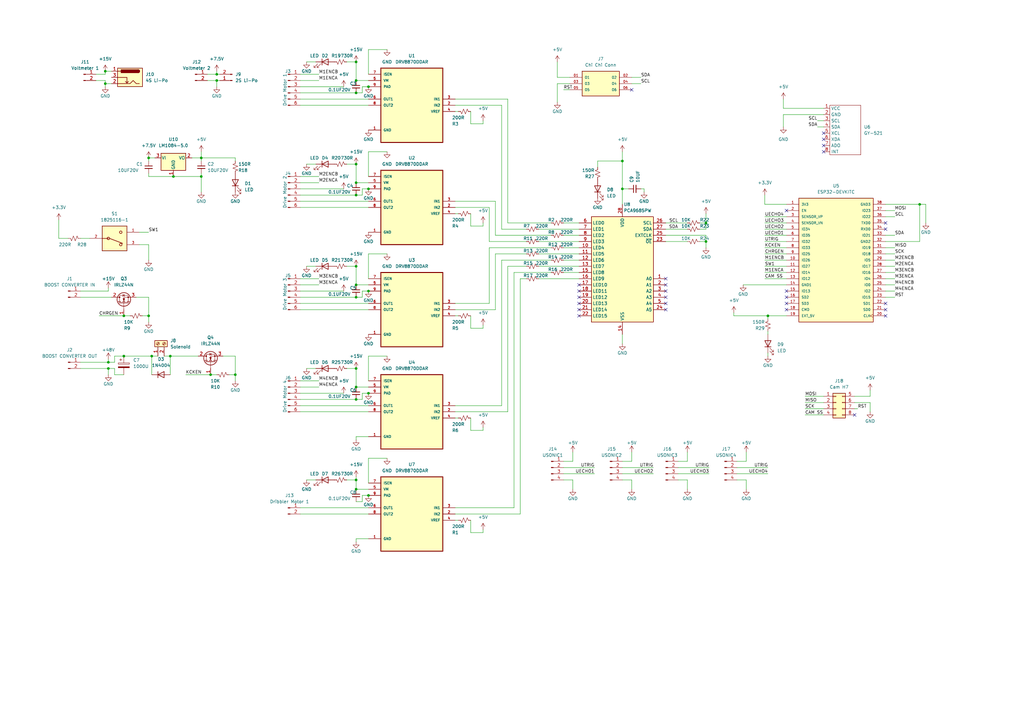
<source format=kicad_sch>
(kicad_sch (version 20211123) (generator eeschema)
  (paper "A3")
  (junction (at 50.8 129.54))
  (junction (at 146.05 196.85))
  (junction (at 43.18 34.29))
  (junction (at 62.23 146.05))
  (junction (at 151.13 77.47))
  (junction (at 146.05 80.01))
  (junction (at 146.05 74.93))
  (junction (at 146.05 121.92))
  (junction (at 50.8 146.05))
  (junction (at 289.56 99.06))
  (junction (at 44.45 148.59))
  (junction (at 289.56 91.44))
  (junction (at 255.27 77.47))
  (junction (at 151.13 35.56))
  (junction (at 146.05 25.4))
  (junction (at 69.85 146.05))
  (junction (at 60.96 64.77))
  (junction (at 151.13 161.29))
  (junction (at 88.9 30.48))
  (junction (at 314.96 129.54))
  (junction (at 146.05 158.75))
  (junction (at 44.45 151.13))
  (junction (at 82.55 64.77))
  (junction (at 146.05 67.31))
  (junction (at 146.05 163.83))
  (junction (at 43.18 29.21))
  (junction (at 146.05 151.13))
  (junction (at 60.96 129.54))
  (junction (at 146.05 109.22))
  (junction (at 88.9 33.02))
  (junction (at 151.13 119.38))
  (junction (at 96.52 153.67))
  (junction (at 86.36 153.67))
  (junction (at 255.27 66.04))
  (junction (at 151.13 203.2))
  (junction (at 82.55 72.39))
  (junction (at 146.05 33.02))
  (junction (at 146.05 38.1))
  (junction (at 146.05 200.66))
  (junction (at 377.19 83.82))
  (junction (at 146.05 116.84))
  (junction (at 71.12 72.39))
  (no_connect (at 273.05 116.84))
  (no_connect (at 350.52 170.18))
  (no_connect (at 237.49 116.84))
  (no_connect (at 273.05 127))
  (no_connect (at 273.05 121.92))
  (no_connect (at 273.05 124.46))
  (no_connect (at 363.22 93.98))
  (no_connect (at 237.49 119.38))
  (no_connect (at 322.58 119.38))
  (no_connect (at 322.58 124.46))
  (no_connect (at 237.49 129.54))
  (no_connect (at 273.05 114.3))
  (no_connect (at 363.22 127))
  (no_connect (at 273.05 119.38))
  (no_connect (at 363.22 124.46))
  (no_connect (at 337.82 54.61))
  (no_connect (at 337.82 57.15))
  (no_connect (at 363.22 129.54))
  (no_connect (at 337.82 59.69))
  (no_connect (at 322.58 86.36))
  (no_connect (at 237.49 121.92))
  (no_connect (at 337.82 62.23))
  (no_connect (at 363.22 91.44))
  (no_connect (at 237.49 127))
  (no_connect (at 322.58 121.92))
  (no_connect (at 237.49 124.46))
  (no_connect (at 259.08 36.83))
  (no_connect (at 322.58 127))
  (wire (pts (xy 198.12 91.44) (xy 198.12 92.71)))
  (wire (pts (xy 44.45 118.11) (xy 44.45 119.38)))
  (wire (pts (xy 151.13 62.23) (xy 158.75 62.23)))
  (wire (pts (xy 60.96 72.39) (xy 71.12 72.39)))
  (wire (pts (xy 78.74 64.77) (xy 82.55 64.77)))
  (wire (pts (xy 125.73 67.31) (xy 129.54 67.31)))
  (wire (pts (xy 186.69 210.82) (xy 213.36 210.82)))
  (wire (pts (xy 69.85 146.05) (xy 69.85 153.67)))
  (wire (pts (xy 43.18 29.21) (xy 45.72 29.21)))
  (wire (pts (xy 377.19 83.82) (xy 379.73 83.82)))
  (wire (pts (xy 302.26 189.23) (xy 306.07 189.23)))
  (wire (pts (xy 363.22 88.9) (xy 367.03 88.9)))
  (wire (pts (xy 273.05 96.52) (xy 289.56 96.52)))
  (wire (pts (xy 208.28 168.91) (xy 186.69 168.91)))
  (wire (pts (xy 151.13 20.32) (xy 151.13 30.48)))
  (wire (pts (xy 289.56 96.52) (xy 289.56 99.06)))
  (wire (pts (xy 193.04 213.36) (xy 193.04 218.44)))
  (wire (pts (xy 205.74 43.18) (xy 186.69 43.18)))
  (wire (pts (xy 363.22 101.6) (xy 367.03 101.6)))
  (wire (pts (xy 335.28 52.07) (xy 337.82 52.07)))
  (wire (pts (xy 231.14 36.83) (xy 233.68 36.83)))
  (wire (pts (xy 88.9 29.21) (xy 88.9 30.48)))
  (wire (pts (xy 287.02 99.06) (xy 289.56 99.06)))
  (wire (pts (xy 259.08 31.75) (xy 262.89 31.75)))
  (wire (pts (xy 151.13 104.14) (xy 151.13 114.3)))
  (wire (pts (xy 231.14 189.23) (xy 234.95 189.23)))
  (wire (pts (xy 46.99 153.67) (xy 50.8 153.67)))
  (wire (pts (xy 33.02 148.59) (xy 44.45 148.59)))
  (wire (pts (xy 198.12 133.35) (xy 198.12 134.62)))
  (wire (pts (xy 24.13 97.79) (xy 24.13 90.17)))
  (wire (pts (xy 205.74 166.37) (xy 186.69 166.37)))
  (wire (pts (xy 208.28 91.44) (xy 208.28 40.64)))
  (wire (pts (xy 231.14 101.6) (xy 237.49 101.6)))
  (wire (pts (xy 302.26 196.85) (xy 306.07 196.85)))
  (wire (pts (xy 39.37 30.48) (xy 43.18 30.48)))
  (wire (pts (xy 203.2 96.52) (xy 203.2 82.55)))
  (wire (pts (xy 125.73 151.13) (xy 129.54 151.13)))
  (wire (pts (xy 377.19 99.06) (xy 377.19 83.82)))
  (wire (pts (xy 60.96 100.33) (xy 60.96 106.68)))
  (wire (pts (xy 231.14 111.76) (xy 237.49 111.76)))
  (wire (pts (xy 125.73 196.85) (xy 129.54 196.85)))
  (wire (pts (xy 142.24 25.4) (xy 146.05 25.4)))
  (wire (pts (xy 39.37 33.02) (xy 43.18 33.02)))
  (wire (pts (xy 363.22 99.06) (xy 377.19 99.06)))
  (wire (pts (xy 46.99 148.59) (xy 46.99 146.05)))
  (wire (pts (xy 231.14 191.77) (xy 243.84 191.77)))
  (wire (pts (xy 330.2 170.18) (xy 337.82 170.18)))
  (wire (pts (xy 255.27 137.16) (xy 255.27 140.97)))
  (wire (pts (xy 213.36 114.3) (xy 213.36 210.82)))
  (wire (pts (xy 200.66 99.06) (xy 200.66 85.09)))
  (wire (pts (xy 60.96 71.12) (xy 60.96 72.39)))
  (wire (pts (xy 335.28 49.53) (xy 337.82 49.53)))
  (wire (pts (xy 306.07 185.42) (xy 306.07 189.23)))
  (wire (pts (xy 255.27 77.47) (xy 255.27 83.82)))
  (wire (pts (xy 287.02 91.44) (xy 289.56 91.44)))
  (wire (pts (xy 193.04 87.63) (xy 193.04 92.71)))
  (wire (pts (xy 43.18 30.48) (xy 43.18 29.21)))
  (wire (pts (xy 44.45 151.13) (xy 44.45 153.67)))
  (wire (pts (xy 60.96 129.54) (xy 60.96 132.08)))
  (wire (pts (xy 313.69 88.9) (xy 322.58 88.9)))
  (wire (pts (xy 330.2 165.1) (xy 337.82 165.1)))
  (wire (pts (xy 151.13 62.23) (xy 151.13 72.39)))
  (wire (pts (xy 148.59 161.29) (xy 151.13 161.29)))
  (wire (pts (xy 228.6 25.4) (xy 228.6 31.75)))
  (wire (pts (xy 186.69 45.72) (xy 187.96 45.72)))
  (wire (pts (xy 363.22 111.76) (xy 367.03 111.76)))
  (wire (pts (xy 82.55 71.12) (xy 82.55 72.39)))
  (wire (pts (xy 123.19 166.37) (xy 151.13 166.37)))
  (wire (pts (xy 255.27 62.23) (xy 255.27 66.04)))
  (wire (pts (xy 148.59 119.38) (xy 151.13 119.38)))
  (wire (pts (xy 151.13 146.05) (xy 158.75 146.05)))
  (wire (pts (xy 193.04 45.72) (xy 193.04 50.8)))
  (wire (pts (xy 313.69 101.6) (xy 322.58 101.6)))
  (wire (pts (xy 96.52 146.05) (xy 96.52 153.67)))
  (wire (pts (xy 363.22 114.3) (xy 367.03 114.3)))
  (wire (pts (xy 148.59 163.83) (xy 148.59 161.29)))
  (wire (pts (xy 203.2 127) (xy 186.69 127)))
  (wire (pts (xy 205.74 93.98) (xy 215.9 93.98)))
  (wire (pts (xy 123.19 163.83) (xy 146.05 163.83)))
  (wire (pts (xy 62.23 146.05) (xy 64.77 146.05)))
  (wire (pts (xy 314.96 144.78) (xy 314.96 146.05)))
  (wire (pts (xy 245.11 66.04) (xy 255.27 66.04)))
  (wire (pts (xy 146.05 38.1) (xy 123.19 38.1)))
  (wire (pts (xy 69.85 146.05) (xy 81.28 146.05)))
  (wire (pts (xy 125.73 25.4) (xy 129.54 25.4)))
  (wire (pts (xy 205.74 93.98) (xy 205.74 43.18)))
  (wire (pts (xy 33.02 119.38) (xy 44.45 119.38)))
  (wire (pts (xy 198.12 175.26) (xy 198.12 176.53)))
  (wire (pts (xy 300.99 129.54) (xy 314.96 129.54)))
  (wire (pts (xy 146.05 151.13) (xy 146.05 158.75)))
  (wire (pts (xy 146.05 33.02) (xy 151.13 33.02)))
  (wire (pts (xy 123.19 210.82) (xy 151.13 210.82)))
  (wire (pts (xy 62.23 146.05) (xy 62.23 153.67)))
  (wire (pts (xy 148.59 77.47) (xy 151.13 77.47)))
  (wire (pts (xy 123.19 30.48) (xy 130.81 30.48)))
  (wire (pts (xy 123.19 80.01) (xy 146.05 80.01)))
  (wire (pts (xy 313.69 91.44) (xy 322.58 91.44)))
  (wire (pts (xy 273.05 99.06) (xy 281.94 99.06)))
  (wire (pts (xy 231.14 196.85) (xy 234.95 196.85)))
  (wire (pts (xy 259.08 185.42) (xy 259.08 189.23)))
  (wire (pts (xy 313.69 80.01) (xy 313.69 83.82)))
  (wire (pts (xy 193.04 92.71) (xy 198.12 92.71)))
  (wire (pts (xy 44.45 147.32) (xy 44.45 148.59)))
  (wire (pts (xy 231.14 91.44) (xy 237.49 91.44)))
  (wire (pts (xy 193.04 50.8) (xy 198.12 50.8)))
  (wire (pts (xy 356.87 160.02) (xy 356.87 162.56)))
  (wire (pts (xy 314.96 129.54) (xy 314.96 130.81)))
  (wire (pts (xy 146.05 220.98) (xy 146.05 222.25)))
  (wire (pts (xy 24.13 97.79) (xy 27.94 97.79)))
  (wire (pts (xy 125.73 109.22) (xy 129.54 109.22)))
  (wire (pts (xy 71.12 72.39) (xy 82.55 72.39)))
  (wire (pts (xy 151.13 187.96) (xy 158.75 187.96)))
  (wire (pts (xy 123.19 156.21) (xy 130.81 156.21)))
  (wire (pts (xy 193.04 176.53) (xy 198.12 176.53)))
  (wire (pts (xy 200.66 85.09) (xy 186.69 85.09)))
  (wire (pts (xy 363.22 96.52) (xy 367.03 96.52)))
  (wire (pts (xy 234.95 185.42) (xy 234.95 189.23)))
  (wire (pts (xy 200.66 101.6) (xy 226.06 101.6)))
  (wire (pts (xy 186.69 171.45) (xy 187.96 171.45)))
  (wire (pts (xy 43.18 34.29) (xy 43.18 35.56)))
  (wire (pts (xy 278.13 196.85) (xy 281.94 196.85)))
  (wire (pts (xy 255.27 66.04) (xy 255.27 77.47)))
  (wire (pts (xy 96.52 153.67) (xy 96.52 156.21)))
  (wire (pts (xy 302.26 191.77) (xy 314.96 191.77)))
  (wire (pts (xy 46.99 146.05) (xy 50.8 146.05)))
  (wire (pts (xy 33.02 97.79) (xy 36.83 97.79)))
  (wire (pts (xy 88.9 30.48) (xy 90.17 30.48)))
  (wire (pts (xy 314.96 135.89) (xy 314.96 137.16)))
  (wire (pts (xy 205.74 106.68) (xy 205.74 166.37)))
  (wire (pts (xy 313.69 96.52) (xy 322.58 96.52)))
  (wire (pts (xy 123.19 85.09) (xy 151.13 85.09)))
  (wire (pts (xy 313.69 99.06) (xy 322.58 99.06)))
  (wire (pts (xy 208.28 109.22) (xy 215.9 109.22)))
  (wire (pts (xy 363.22 116.84) (xy 367.03 116.84)))
  (wire (pts (xy 40.64 129.54) (xy 50.8 129.54)))
  (wire (pts (xy 123.19 43.18) (xy 151.13 43.18)))
  (wire (pts (xy 193.04 171.45) (xy 193.04 176.53)))
  (wire (pts (xy 220.98 109.22) (xy 237.49 109.22)))
  (wire (pts (xy 85.09 30.48) (xy 88.9 30.48)))
  (wire (pts (xy 93.98 153.67) (xy 96.52 153.67)))
  (wire (pts (xy 337.82 46.99) (xy 321.31 46.99)))
  (wire (pts (xy 146.05 80.01) (xy 148.59 80.01)))
  (wire (pts (xy 193.04 218.44) (xy 198.12 218.44)))
  (wire (pts (xy 379.73 83.82) (xy 379.73 91.44)))
  (wire (pts (xy 142.24 67.31) (xy 146.05 67.31)))
  (wire (pts (xy 123.19 161.29) (xy 140.97 161.29)))
  (wire (pts (xy 350.52 162.56) (xy 356.87 162.56)))
  (wire (pts (xy 76.2 153.67) (xy 86.36 153.67)))
  (wire (pts (xy 220.98 104.14) (xy 237.49 104.14)))
  (wire (pts (xy 148.59 121.92) (xy 148.59 119.38)))
  (wire (pts (xy 67.31 146.05) (xy 69.85 146.05)))
  (wire (pts (xy 58.42 129.54) (xy 60.96 129.54)))
  (wire (pts (xy 255.27 196.85) (xy 259.08 196.85)))
  (wire (pts (xy 151.13 35.56) (xy 148.59 35.56)))
  (wire (pts (xy 287.02 93.98) (xy 289.56 93.98)))
  (wire (pts (xy 146.05 195.58) (xy 146.05 196.85)))
  (wire (pts (xy 186.69 208.28) (xy 210.82 208.28)))
  (wire (pts (xy 313.69 106.68) (xy 322.58 106.68)))
  (wire (pts (xy 146.05 74.93) (xy 151.13 74.93)))
  (wire (pts (xy 146.05 116.84) (xy 151.13 116.84)))
  (wire (pts (xy 57.15 100.33) (xy 60.96 100.33)))
  (wire (pts (xy 86.36 153.67) (xy 88.9 153.67)))
  (wire (pts (xy 273.05 91.44) (xy 281.94 91.44)))
  (wire (pts (xy 123.19 77.47) (xy 140.97 77.47)))
  (wire (pts (xy 363.22 121.92) (xy 367.03 121.92)))
  (wire (pts (xy 220.98 93.98) (xy 237.49 93.98)))
  (wire (pts (xy 88.9 33.02) (xy 88.9 35.56)))
  (wire (pts (xy 146.05 179.07) (xy 146.05 180.34)))
  (wire (pts (xy 46.99 151.13) (xy 46.99 153.67)))
  (wire (pts (xy 96.52 66.04) (xy 96.52 64.77)))
  (wire (pts (xy 148.59 35.56) (xy 148.59 38.1)))
  (wire (pts (xy 146.05 163.83) (xy 148.59 163.83)))
  (wire (pts (xy 208.28 109.22) (xy 208.28 168.91)))
  (wire (pts (xy 82.55 62.23) (xy 82.55 64.77)))
  (wire (pts (xy 193.04 129.54) (xy 193.04 134.62)))
  (wire (pts (xy 146.05 205.74) (xy 148.59 205.74)))
  (wire (pts (xy 203.2 96.52) (xy 226.06 96.52)))
  (wire (pts (xy 208.28 91.44) (xy 226.06 91.44)))
  (wire (pts (xy 33.02 121.92) (xy 45.72 121.92)))
  (wire (pts (xy 50.8 146.05) (xy 62.23 146.05)))
  (wire (pts (xy 322.58 83.82) (xy 313.69 83.82)))
  (wire (pts (xy 60.96 121.92) (xy 60.96 129.54)))
  (wire (pts (xy 363.22 119.38) (xy 367.03 119.38)))
  (wire (pts (xy 186.69 87.63) (xy 187.96 87.63)))
  (wire (pts (xy 148.59 38.1) (xy 146.05 38.1)))
  (wire (pts (xy 289.56 87.63) (xy 289.56 91.44)))
  (wire (pts (xy 123.19 35.56) (xy 140.97 35.56)))
  (wire (pts (xy 321.31 40.64) (xy 321.31 44.45)))
  (wire (pts (xy 278.13 189.23) (xy 281.94 189.23)))
  (wire (pts (xy 231.14 106.68) (xy 237.49 106.68)))
  (wire (pts (xy 198.12 217.17) (xy 198.12 218.44)))
  (wire (pts (xy 257.81 77.47) (xy 255.27 77.47)))
  (wire (pts (xy 259.08 34.29) (xy 262.89 34.29)))
  (wire (pts (xy 142.24 196.85) (xy 146.05 196.85)))
  (wire (pts (xy 313.69 114.3) (xy 322.58 114.3)))
  (wire (pts (xy 278.13 194.31) (xy 290.83 194.31)))
  (wire (pts (xy 193.04 134.62) (xy 198.12 134.62)))
  (wire (pts (xy 146.05 25.4) (xy 146.05 33.02)))
  (wire (pts (xy 123.19 121.92) (xy 146.05 121.92)))
  (wire (pts (xy 200.66 101.6) (xy 200.66 124.46)))
  (wire (pts (xy 255.27 189.23) (xy 259.08 189.23)))
  (wire (pts (xy 123.19 124.46) (xy 151.13 124.46)))
  (wire (pts (xy 146.05 196.85) (xy 146.05 200.66)))
  (wire (pts (xy 337.82 44.45) (xy 321.31 44.45)))
  (wire (pts (xy 146.05 158.75) (xy 151.13 158.75)))
  (wire (pts (xy 45.72 34.29) (xy 43.18 34.29)))
  (wire (pts (xy 123.19 119.38) (xy 140.97 119.38)))
  (wire (pts (xy 228.6 34.29) (xy 228.6 41.91)))
  (wire (pts (xy 245.11 66.04) (xy 245.11 68.58)))
  (wire (pts (xy 123.19 72.39) (xy 130.81 72.39)))
  (wire (pts (xy 255.27 191.77) (xy 267.97 191.77)))
  (wire (pts (xy 330.2 167.64) (xy 337.82 167.64)))
  (wire (pts (xy 146.05 121.92) (xy 148.59 121.92)))
  (wire (pts (xy 289.56 99.06) (xy 289.56 101.6)))
  (wire (pts (xy 300.99 128.27) (xy 300.99 129.54)))
  (wire (pts (xy 198.12 49.53) (xy 198.12 50.8)))
  (wire (pts (xy 281.94 196.85) (xy 281.94 200.66)))
  (wire (pts (xy 200.66 124.46) (xy 186.69 124.46)))
  (wire (pts (xy 186.69 129.54) (xy 187.96 129.54)))
  (wire (pts (xy 123.19 82.55) (xy 151.13 82.55)))
  (wire (pts (xy 60.96 121.92) (xy 55.88 121.92)))
  (wire (pts (xy 228.6 34.29) (xy 233.68 34.29)))
  (wire (pts (xy 313.69 111.76) (xy 322.58 111.76)))
  (wire (pts (xy 203.2 104.14) (xy 215.9 104.14)))
  (wire (pts (xy 313.69 104.14) (xy 322.58 104.14)))
  (wire (pts (xy 321.31 46.99) (xy 321.31 52.07)))
  (wire (pts (xy 350.52 167.64) (xy 351.79 167.64)))
  (wire (pts (xy 123.19 40.64) (xy 151.13 40.64)))
  (wire (pts (xy 63.5 64.77) (xy 60.96 64.77)))
  (wire (pts (xy 123.19 33.02) (xy 130.81 33.02)))
  (wire (pts (xy 363.22 104.14) (xy 367.03 104.14)))
  (wire (pts (xy 82.55 72.39) (xy 82.55 78.74)))
  (wire (pts (xy 123.19 114.3) (xy 130.81 114.3)))
  (wire (pts (xy 234.95 196.85) (xy 234.95 200.66)))
  (wire (pts (xy 50.8 129.54) (xy 53.34 129.54)))
  (wire (pts (xy 60.96 66.04) (xy 60.96 64.77)))
  (wire (pts (xy 33.02 151.13) (xy 44.45 151.13)))
  (wire (pts (xy 151.13 146.05) (xy 151.13 156.21)))
  (wire (pts (xy 302.26 194.31) (xy 314.96 194.31)))
  (wire (pts (xy 142.24 109.22) (xy 146.05 109.22)))
  (wire (pts (xy 363.22 83.82) (xy 377.19 83.82)))
  (wire (pts (xy 158.75 20.32) (xy 151.13 20.32)))
  (wire (pts (xy 60.96 95.25) (xy 57.15 95.25)))
  (wire (pts (xy 44.45 151.13) (xy 46.99 151.13)))
  (wire (pts (xy 330.2 162.56) (xy 337.82 162.56)))
  (wire (pts (xy 44.45 148.59) (xy 46.99 148.59)))
  (wire (pts (xy 96.52 146.05) (xy 91.44 146.05)))
  (wire (pts (xy 82.55 66.04) (xy 82.55 64.77)))
  (wire (pts (xy 123.19 208.28) (xy 151.13 208.28)))
  (wire (pts (xy 43.18 33.02) (xy 43.18 34.29)))
  (wire (pts (xy 367.03 106.68) (xy 363.22 106.68)))
  (wire (pts (xy 148.59 80.01) (xy 148.59 77.47)))
  (wire (pts (xy 186.69 213.36) (xy 187.96 213.36)))
  (wire (pts (xy 203.2 82.55) (xy 186.69 82.55)))
  (wire (pts (xy 233.68 31.75) (xy 228.6 31.75)))
  (wire (pts (xy 203.2 104.14) (xy 203.2 127)))
  (wire (pts (xy 123.19 127) (xy 151.13 127)))
  (wire (pts (xy 273.05 93.98) (xy 281.94 93.98)))
  (wire (pts (xy 356.87 165.1) (xy 356.87 168.91)))
  (wire (pts (xy 213.36 114.3) (xy 215.9 114.3)))
  (wire (pts (xy 148.59 203.2) (xy 151.13 203.2)))
  (wire (pts (xy 142.24 151.13) (xy 146.05 151.13)))
  (wire (pts (xy 255.27 194.31) (xy 267.97 194.31)))
  (wire (pts (xy 289.56 93.98) (xy 289.56 91.44)))
  (wire (pts (xy 90.17 33.02) (xy 88.9 33.02)))
  (wire (pts (xy 210.82 208.28) (xy 210.82 111.76)))
  (wire (pts (xy 208.28 40.64) (xy 186.69 40.64)))
  (wire (pts (xy 304.8 116.84) (xy 322.58 116.84)))
  (wire (pts (xy 85.09 33.02) (xy 88.9 33.02)))
  (wire (pts (xy 205.74 106.68) (xy 226.06 106.68)))
  (wire (pts (xy 231.14 194.31) (xy 243.84 194.31)))
  (wire (pts (xy 158.75 104.14) (xy 151.13 104.14)))
  (wire (pts (xy 306.07 196.85) (xy 306.07 200.66)))
  (wire (pts (xy 200.66 99.06) (xy 215.9 99.06)))
  (wire (pts (xy 259.08 196.85) (xy 259.08 200.66)))
  (wire (pts (xy 314.96 129.54) (xy 322.58 129.54)))
  (wire (pts (xy 148.59 205.74) (xy 148.59 203.2)))
  (wire (pts (xy 281.94 185.42) (xy 281.94 189.23)))
  (wire (pts (xy 220.98 99.06) (xy 237.49 99.06)))
  (wire (pts (xy 210.82 111.76) (xy 226.06 111.76)))
  (wire (pts (xy 146.05 67.31) (xy 146.05 74.93)))
  (wire (pts (xy 264.16 77.47) (xy 264.16 78.74)))
  (wire (pts (xy 123.19 158.75) (xy 130.81 158.75)))
  (wire (pts (xy 350.52 165.1) (xy 356.87 165.1)))
  (wire (pts (xy 146.05 109.22) (xy 146.05 116.84)))
  (wire (pts (xy 231.14 96.52) (xy 237.49 96.52)))
  (wire (pts (xy 151.13 220.98) (xy 146.05 220.98)))
  (wire (pts (xy 123.19 116.84) (xy 130.81 116.84)))
  (wire (pts (xy 313.69 109.22) (xy 322.58 109.22)))
  (wire (pts (xy 123.19 168.91) (xy 151.13 168.91)))
  (wire (pts (xy 151.13 187.96) (xy 151.13 198.12)))
  (wire (pts (xy 151.13 179.07) (xy 146.05 179.07)))
  (wire (pts (xy 262.89 77.47) (xy 264.16 77.47)))
  (wire (pts (xy 82.55 64.77) (xy 96.52 64.77)))
  (wire (pts (xy 146.05 200.66) (xy 151.13 200.66)))
  (wire (pts (xy 367.03 109.22) (xy 363.22 109.22)))
  (wire (pts (xy 363.22 86.36) (xy 367.03 86.36)))
  (wire (pts (xy 123.19 74.93) (xy 130.81 74.93)))
  (wire (pts (xy 278.13 191.77) (xy 290.83 191.77)))
  (wire (pts (xy 220.98 114.3) (xy 237.49 114.3)))
  (wire (pts (xy 313.69 93.98) (xy 322.58 93.98)))
  (label "M1ENCB" (at 313.69 106.68 0))
  (label "M1ENCB" (at 130.81 30.48 0))
  (label "MISO" (at 330.2 165.1 0))
  (label "M4ENCB" (at 367.03 116.84 0))
  (label "RST" (at 367.03 121.92 0))
  (label "SW1" (at 60.96 95.25 0))
  (label "UECHO4" (at 313.69 88.9 0))
  (label "M2ENCB" (at 130.81 72.39 0))
  (label "UTRIG" (at 313.69 99.06 0))
  (label "SCL" (at 367.03 88.9 0))
  (label "SCL" (at 262.89 34.29 0))
  (label "MISO" (at 367.03 101.6 0))
  (label "MOSI" (at 330.2 162.56 0))
  (label "SW1" (at 313.69 109.22 0))
  (label "M3ENCA" (at 367.03 114.3 0))
  (label "UECHO3" (at 290.83 194.31 180))
  (label "SDA" (at 335.28 52.07 180))
  (label "RST" (at 231.14 36.83 0))
  (label "UECHO4" (at 314.96 194.31 180))
  (label "UECHO2" (at 267.97 194.31 180))
  (label "UECHO3" (at 313.69 91.44 0))
  (label "M4ENCA" (at 367.03 119.38 0))
  (label "UECHO1" (at 313.69 96.52 0))
  (label "M4ENCB" (at 130.81 156.21 0))
  (label "M1ENCA" (at 130.81 33.02 0))
  (label "KCKEN" (at 313.69 101.6 0))
  (label "UECHO1" (at 243.84 194.31 180))
  (label "UTRIG" (at 314.96 191.77 180))
  (label "KCKEN" (at 76.2 153.67 0))
  (label "UTRIG" (at 290.83 191.77 180))
  (label "UECHO2" (at 313.69 93.98 0))
  (label "CHRGEN" (at 40.64 129.54 0))
  (label "SCK" (at 330.2 167.64 0))
  (label "M2ENCB" (at 367.03 106.68 0))
  (label "M3ENCB" (at 367.03 111.76 0))
  (label "UTRIG" (at 243.84 191.77 180))
  (label "CAM SS" (at 313.69 114.3 0))
  (label "SCK" (at 367.03 104.14 0))
  (label "CHRGEN" (at 313.69 104.14 0))
  (label "SCL" (at 278.13 91.44 180))
  (label "SDA" (at 262.89 31.75 0))
  (label "RST" (at 351.79 167.64 0))
  (label "SDA" (at 278.13 93.98 180))
  (label "UTRIG" (at 267.97 191.77 180))
  (label "M2ENCA" (at 367.03 109.22 0))
  (label "M2ENCA" (at 130.81 74.93 0))
  (label "SDA" (at 367.03 96.52 0))
  (label "M1ENCA" (at 313.69 111.76 0))
  (label "SCL" (at 335.28 49.53 180))
  (label "MOSI" (at 366.9628 86.36 0))
  (label "M3ENCB" (at 130.81 114.3 0))
  (label "CAM SS" (at 330.2 170.18 0))
  (label "M3ENCA" (at 130.81 116.84 0))
  (label "M4ENCA" (at 130.81 158.75 0))
  (symbol (lib_name "GY-521_1") (lib_id "New_Library:GY-521") (at 340.36 53.34 0) (unit 1)
    (property "Reference" "U6" (at 354.33 52.0699 0) (effects (justify left)))
    (property "Value" "GY-521" (at 354.33 54.6099 0) (effects (justify left)))
    (property "Footprint" "Library:GY-521" (effects hide))
  )
  (symbol (lib_id "power:GND") (at 259.08 200.66 0) (unit 1)
    (property "Reference" "#PWR012" (effects hide))
    (property "Value" "GND" (at 259.08 204.47 0))
  )
  (symbol (lib_id "power:GND") (at 255.27 140.97 0) (unit 1)
    (property "Reference" "#PWR08" (effects hide))
    (property "Value" "GND" (at 255.27 144.78 0))
  )
  (symbol (lib_id "Connector:Conn_01x06_Male") (at 118.11 77.47 0) (unit 1)
    (property "Reference" "J4" (at 118.11 71.12 0))
    (property "Value" "Drive Motor 2" (at 116.84 78.74 90))
    (property "Footprint" "Connector_PinHeader_2.54mm:PinHeader_1x06_P2.54mm_Vertical" (effects hide))
  )
  (symbol (lib_id "Device:R_Small_US") (at 190.5 171.45 90) (mirror x) (unit 1)
    (property "Reference" "R6" (at 185.42 176.53 90) (effects (justify right)))
    (property "Value" "200R" (at 185.42 173.99 90) (effects (justify right)))
    (property "Footprint" "Resistor_SMD:R_1206_3216Metric" (effects hide))
  )
  (symbol (lib_id "Device:C_Small") (at 82.55 68.58 0) (mirror y) (unit 1)
    (property "Reference" "C2" (at 85.09 67.31 0) (effects (justify right)))
    (property "Value" "10UF20V" (at 85.09 69.85 0) (effects (justify right)))
    (property "Footprint" "Capacitor_SMD:C_0805_2012Metric" (effects hide))
  )
  (symbol (lib_id "power:GND") (at 43.18 35.56 0) (unit 1)
    (property "Reference" "#PWR0118" (effects hide))
    (property "Value" "GND" (at 43.18 39.37 0))
  )
  (symbol (lib_id "DRV8870DDAR:DRV8870DDAR") (at 168.91 127 0) (mirror y) (unit 1)
    (property "Reference" "U3" (at 168.91 106.68 0))
    (property "Value" "DRV8870DDAR" (at 168.91 109.22 0))
    (property "Footprint" "DRV8870DDAR:VREG_LM5017MR_NOPB" (effects hide))
  )
  (symbol (lib_id "power:GND") (at 321.31 52.07 0) (unit 1)
    (property "Reference" "#PWR0135" (effects hide))
    (property "Value" "GND" (at 321.31 57.15 0))
  )
  (symbol (lib_id "power:+5V") (at 140.97 77.47 0) (unit 1)
    (property "Reference" "#PWR0113" (effects hide))
    (property "Value" "+5V" (at 140.97 72.39 0))
  )
  (symbol (lib_id "Device:R_Small_US") (at 228.6 96.52 90) (mirror x) (unit 1)
    (property "Reference" "R8" (at 224.79 95.25 90) (effects (justify right)))
    (property "Value" "220R" (at 229.87 95.25 90) (effects (justify right)))
    (property "Footprint" "Resistor_SMD:R_0805_2012Metric" (effects hide))
  )
  (symbol (lib_id "Device:R_Small_US") (at 218.44 104.14 90) (mirror x) (unit 1)
    (property "Reference" "R13" (at 214.63 102.87 90) (effects (justify right)))
    (property "Value" "220R" (at 219.71 102.87 90) (effects (justify right)))
    (property "Footprint" "Resistor_SMD:R_0805_2012Metric" (effects hide))
  )
  (symbol (lib_id "Connector:Conn_01x02_Male") (at 95.25 33.02 180) (unit 1)
    (property "Reference" "J9" (at 96.52 30.4799 0) (effects (justify right)))
    (property "Value" "2S Li-Po" (at 96.52 33.0199 0) (effects (justify right)))
    (property "Footprint" "Connector_PinHeader_2.54mm:PinHeader_1x02_P2.54mm_Horizontal" (effects hide))
  )
  (symbol (lib_id "Connector:Conn_01x04_Male") (at 273.05 191.77 0) (unit 1)
    (property "Reference" "J16" (at 273.685 184.15 0))
    (property "Value" "USONIC3" (at 273.685 186.69 0))
    (property "Footprint" "Connector_PinHeader_2.54mm:PinHeader_1x04_P2.54mm_Vertical" (effects hide))
  )
  (symbol (lib_id "power:GND") (at 125.73 67.31 0) (unit 1)
    (property "Reference" "#PWR0140" (effects hide))
    (property "Value" "GND" (at 125.73 71.12 0))
  )
  (symbol (lib_id "power:GND") (at 44.45 153.67 0) (mirror y) (unit 1)
    (property "Reference" "#PWR0133" (effects hide))
    (property "Value" "GND" (at 44.45 157.48 0))
  )
  (symbol (lib_id "power:GND") (at 158.75 62.23 0) (unit 1)
    (property "Reference" "#PWR0129" (effects hide))
    (property "Value" "GND" (at 158.75 67.31 0))
  )
  (symbol (lib_id "Device:R_Small_US") (at 218.44 93.98 90) (mirror x) (unit 1)
    (property "Reference" "R7" (at 214.63 92.71 90) (effects (justify right)))
    (property "Value" "220R" (at 219.71 92.71 90) (effects (justify right)))
    (property "Footprint" "Resistor_SMD:R_0805_2012Metric" (effects hide))
  )
  (symbol (lib_id "Device:C_Polarized") (at 50.8 149.86 0) (unit 1)
    (property "Reference" "C7" (at 54.61 147.7009 0) (effects (justify left)))
    (property "Value" "1000U" (at 54.61 150.2409 0) (effects (justify left)))
    (property "Footprint" "Capacitor_THT:CP_Radial_D16.0mm_P7.50mm" (effects hide))
  )
  (symbol (lib_id "power:+3.3V") (at 313.69 80.01 0) (unit 1)
    (property "Reference" "#PWR0150" (effects hide))
    (property "Value" "+3.3V" (at 313.69 74.93 0))
  )
  (symbol (lib_id "Device:C_Small") (at 60.96 68.58 0) (mirror y) (unit 1)
    (property "Reference" "C1" (at 55.88 67.31 0) (effects (justify right)))
    (property "Value" "10UF20V" (at 48.26 69.85 0) (effects (justify right)))
    (property "Footprint" "Capacitor_SMD:C_0805_2012Metric" (effects hide))
  )
  (symbol (lib_id "power:GND") (at 151.13 137.16 0) (unit 1)
    (property "Reference" "#PWR0108" (effects hide))
    (property "Value" "GND" (at 151.13 140.97 0))
  )
  (symbol (lib_id "power:+7.5V") (at 60.96 64.77 0) (unit 1)
    (property "Reference" "#PWR0139" (effects hide))
    (property "Value" "+7.5V" (at 60.96 59.69 0))
  )
  (symbol (lib_id "power:+3.3V") (at 24.13 90.17 0) (unit 1)
    (property "Reference" "#PWR0154" (effects hide))
    (property "Value" "+3.3V" (at 24.13 85.09 0))
  )
  (symbol (lib_id "Device:R_Small_US") (at 284.48 93.98 90) (mirror x) (unit 1)
    (property "Reference" "R23" (at 287.02 92.71 90) (effects (justify right)))
    (property "Value" "10K" (at 279.4 92.71 90) (effects (justify right)))
    (property "Footprint" "Resistor_SMD:R_0805_2012Metric" (effects hide))
  )
  (symbol (lib_id "power:+15V") (at 146.05 25.4 0) (unit 1)
    (property "Reference" "#PWR0148" (effects hide))
    (property "Value" "+15V" (at 146.05 20.32 0))
  )
  (symbol (lib_id "power:GND") (at 146.05 222.25 0) (unit 1)
    (property "Reference" "#PWR02" (effects hide))
    (property "Value" "GND" (at 146.05 226.06 0))
  )
  (symbol (lib_id "Device:R_Small_US") (at 190.5 45.72 90) (mirror x) (unit 1)
    (property "Reference" "R3" (at 185.42 50.8 90) (effects (justify right)))
    (property "Value" "200R" (at 185.42 48.26 90) (effects (justify right)))
    (property "Footprint" "Resistor_SMD:R_1206_3216Metric" (effects hide))
  )
  (symbol (lib_id "power:+5V") (at 198.12 91.44 0) (unit 1)
    (property "Reference" "#PWR0127" (effects hide))
    (property "Value" "+5V" (at 198.12 86.36 0))
  )
  (symbol (lib_id "1825116-1:1825116-1") (at 46.99 97.79 0) (unit 1)
    (property "Reference" "S1" (at 46.99 87.63 0))
    (property "Value" "1825116-1" (at 46.99 90.17 0))
    (property "Footprint" "SW_1825116-1" (effects hide))
    (property "Comment" "1825116-1" (effects hide))
    (property "EU_RoHS_Compliance" "Compliant" (effects hide))
  )
  (symbol (lib_id "Driver_LED:PCA9685PW") (at 255.27 109.22 0) (mirror y) (unit 1)
    (property "Reference" "U8" (at 255.7906 83.82 0) (effects (justify right)))
    (property "Value" "PCA9685PW" (at 255.7906 86.36 0) (effects (justify right)))
    (property "Footprint" "Package_SO:TSSOP-28_4.4x9.7mm_P0.65mm" (effects hide))
    (property "Datasheet" "http://www.nxp.com/documents/data_sheet/PCA9685.pdf" (effects hide))
  )
  (symbol (lib_id "Regulator_Linear:LM1084-5.0") (at 71.12 64.77 0) (unit 1)
    (property "Reference" "U10" (at 71.12 57.15 0))
    (property "Value" "LM1084-5.0" (at 71.12 59.69 0))
    (property "Footprint" "Package_TO_SOT_SMD:TO-263-3_TabPin2" (effects hide))
    (property "Datasheet" "http://www.ti.com/lit/ds/symlink/lm1084.pdf" (effects hide))
  )
  (symbol (lib_id "power:GND") (at 96.52 156.21 0) (mirror y) (unit 1)
    (property "Reference" "#PWR0132" (effects hide))
    (property "Value" "GND" (at 96.52 160.02 0))
  )
  (symbol (lib_id "power:GND") (at 158.75 187.96 0) (unit 1)
    (property "Reference" "#PWR01" (effects hide))
    (property "Value" "GND" (at 158.75 193.04 0))
  )
  (symbol (lib_id "power:GND") (at 151.13 119.38 0) (unit 1)
    (property "Reference" "#PWR0109" (effects hide))
    (property "Value" "GND" (at 151.13 123.19 0))
  )
  (symbol (lib_id "Connector:Conn_01x02_Male") (at 27.94 148.59 0) (unit 1)
    (property "Reference" "J2" (at 28.575 143.51 0))
    (property "Value" "BOOST CONVERTER OUT" (at 28.575 146.05 0))
    (property "Footprint" "Connector_PinHeader_2.54mm:PinHeader_1x02_P2.54mm_Vertical" (effects hide))
  )
  (symbol (lib_id "Device:LED") (at 133.35 25.4 0) (unit 1)
    (property "Reference" "D2" (at 134.62 22.86 0) (effects (justify right)))
    (property "Value" "LED" (at 130.81 22.86 0) (effects (justify right)))
    (property "Footprint" "LED_SMD:LED_0603_1608Metric" (effects hide))
  )
  (symbol (lib_id "power:GND") (at 289.56 101.6 0) (unit 1)
    (property "Reference" "#PWR014" (effects hide))
    (property "Value" "GND" (at 289.56 105.41 0))
  )
  (symbol (lib_id "Device:R_Small_US") (at 30.48 97.79 270) (mirror x) (unit 1)
    (property "Reference" "R28" (at 35.56 100.33 90) (effects (justify right)))
    (property "Value" "220R" (at 29.21 100.33 90) (effects (justify right)))
    (property "Footprint" "Resistor_SMD:R_0805_2012Metric" (effects hide))
  )
  (symbol (lib_id "DRV8870DDAR:DRV8870DDAR") (at 168.91 210.82 0) (mirror y) (unit 1)
    (property "Reference" "U7" (at 168.91 190.5 0))
    (property "Value" "DRV8870DDAR" (at 168.91 193.04 0))
    (property "Footprint" "DRV8870DDAR:VREG_LM5017MR_NOPB" (effects hide))
  )
  (symbol (lib_id "Device:R_Small_US") (at 139.7 109.22 90) (mirror x) (unit 1)
    (property "Reference" "R21" (at 135.89 106.68 90) (effects (justify right)))
    (property "Value" "730R" (at 139.7 106.68 90) (effects (justify right)))
    (property "Footprint" "Resistor_SMD:R_0805_2012Metric" (effects hide))
  )
  (symbol (lib_id "power:GND") (at 158.75 146.05 0) (unit 1)
    (property "Reference" "#PWR0122" (effects hide))
    (property "Value" "GND" (at 158.75 151.13 0))
  )
  (symbol (lib_id "power:GND") (at 151.13 53.34 0) (unit 1)
    (property "Reference" "#PWR0112" (effects hide))
    (property "Value" "GND" (at 151.13 57.15 0))
  )
  (symbol (lib_id "power:GND") (at 151.13 161.29 0) (unit 1)
    (property "Reference" "#PWR0105" (effects hide))
    (property "Value" "GND" (at 151.13 165.1 0))
  )
  (symbol (lib_id "Device:R_Small_US") (at 228.6 111.76 90) (mirror x) (unit 1)
    (property "Reference" "R16" (at 224.79 110.49 90) (effects (justify right)))
    (property "Value" "220R" (at 229.87 110.49 90) (effects (justify right)))
    (property "Footprint" "Resistor_SMD:R_0805_2012Metric" (effects hide))
  )
  (symbol (lib_id "power:GND") (at 264.16 78.74 0) (unit 1)
    (property "Reference" "#PWR010" (effects hide))
    (property "Value" "GND" (at 264.16 82.55 0))
  )
  (symbol (lib_id "power:+5V") (at 140.97 35.56 0) (unit 1)
    (property "Reference" "#PWR0114" (effects hide))
    (property "Value" "+5V" (at 140.97 30.48 0))
  )
  (symbol (lib_id "Connector_Generic:Conn_02x04_Top_Bottom") (at 342.9 165.1 0) (unit 1)
    (property "Reference" "J18" (at 344.17 156.21 0))
    (property "Value" "Cam H7" (at 344.17 158.75 0))
    (property "Footprint" "Connector_PinHeader_2.54mm:PinHeader_2x04_P2.54mm_Vertical" (effects hide))
  )
  (symbol (lib_id "power:+5V") (at 281.94 185.42 0) (unit 1)
    (property "Reference" "#PWR015" (effects hide))
    (property "Value" "+5V" (at 281.94 181.61 0))
  )
  (symbol (lib_id "Device:C_Small") (at 146.05 119.38 0) (mirror y) (unit 1)
    (property "Reference" "C5" (at 143.51 118.11 0) (effects (justify right)))
    (property "Value" "0.1UF20V" (at 134.62 120.65 0) (effects (justify right)))
    (property "Footprint" "Capacitor_SMD:C_0805_2012Metric" (effects hide))
  )
  (symbol (lib_id "power:GND") (at 228.6 41.91 0) (unit 1)
    (property "Reference" "#PWR0131" (effects hide))
    (property "Value" "GND" (at 228.6 45.72 0))
  )
  (symbol (lib_id "power:+15V") (at 146.05 67.31 0) (unit 1)
    (property "Reference" "#PWR0141" (effects hide))
    (property "Value" "+15V" (at 146.05 62.23 0))
  )
  (symbol (lib_id "power:+15V") (at 146.05 195.58 0) (unit 1)
    (property "Reference" "#PWR0147" (effects hide))
    (property "Value" "+15V" (at 146.05 190.5 0))
  )
  (symbol (lib_id "power:GND") (at 82.55 78.74 0) (unit 1)
    (property "Reference" "#PWR0101" (effects hide))
    (property "Value" "GND" (at 82.55 82.55 0))
  )
  (symbol (lib_id "power:GND") (at 158.75 20.32 0) (unit 1)
    (property "Reference" "#PWR0125" (effects hide))
    (property "Value" "GND" (at 158.75 25.4 0))
  )
  (symbol (lib_id "Connector:Conn_01x04_Male") (at 226.06 191.77 0) (unit 1)
    (property "Reference" "J14" (at 226.695 184.15 0))
    (property "Value" "USONIC1" (at 226.695 186.69 0))
    (property "Footprint" "Connector_PinHeader_2.54mm:PinHeader_1x04_P2.54mm_Vertical" (effects hide))
  )
  (symbol (lib_id "power:GND") (at 314.96 146.05 0) (unit 1)
    (property "Reference" "#PWR0153" (effects hide))
    (property "Value" "GND" (at 314.96 149.86 0))
  )
  (symbol (lib_id "Device:R_Small_US") (at 245.11 71.12 0) (mirror x) (unit 1)
    (property "Reference" "R27" (at 243.84 72.39 0) (effects (justify right)))
    (property "Value" "150R" (at 243.84 69.85 0) (effects (justify right)))
    (property "Footprint" "Resistor_SMD:R_0805_2012Metric" (effects hide))
  )
  (symbol (lib_id "Device:R_Small_US") (at 190.5 87.63 90) (mirror x) (unit 1)
    (property "Reference" "R4" (at 185.42 92.71 90) (effects (justify right)))
    (property "Value" "200R" (at 185.42 90.17 90) (effects (justify right)))
    (property "Footprint" "Resistor_SMD:R_1206_3216Metric" (effects hide))
  )
  (symbol (lib_id "Device:LED") (at 245.11 77.47 90) (unit 1)
    (property "Reference" "D8" (at 248.92 77.7874 90) (effects (justify right)))
    (property "Value" "LED" (at 248.92 80.3274 90) (effects (justify right)))
    (property "Footprint" "LED_SMD:LED_0603_1608Metric" (effects hide))
  )
  (symbol (lib_id "power:+5V") (at 321.31 40.64 0) (unit 1)
    (property "Reference" "#PWR0134" (effects hide))
    (property "Value" "+5V" (at 321.31 35.56 0))
  )
  (symbol (lib_id "power:GND") (at 379.73 91.44 0) (unit 1)
    (property "Reference" "#PWR0121" (effects hide))
    (property "Value" "GND" (at 379.73 95.25 0))
  )
  (symbol (lib_id "Device:R_Small_US") (at 139.7 151.13 90) (mirror x) (unit 1)
    (property "Reference" "R25" (at 135.89 148.59 90) (effects (justify right)))
    (property "Value" "730R" (at 139.7 148.59 90) (effects (justify right)))
    (property "Footprint" "Resistor_SMD:R_0805_2012Metric" (effects hide))
  )
  (symbol (lib_id "Device:C_Small") (at 146.05 35.56 0) (mirror y) (unit 1)
    (property "Reference" "C3" (at 143.51 34.29 0) (effects (justify right)))
    (property "Value" "0.1UF20V" (at 134.62 36.83 0) (effects (justify right)))
    (property "Footprint" "Capacitor_SMD:C_0805_2012Metric" (effects hide))
  )
  (symbol (lib_id "Connector:Screw_Terminal_01x02") (at 64.77 140.97 90) (unit 1)
    (property "Reference" "J8" (at 69.85 139.6999 90) (effects (justify right)))
    (property "Value" "Solenoid" (at 69.85 142.2399 90) (effects (justify right)))
    (property "Footprint" "2 Position Wire to Board Terminal Block Horizontal with Board 0.197 (5:2 Position Wire to Board Terminal Block Horizontal with Board 0.197 (5.00mm) Through Hole" (effects hide))
  )
  (symbol (lib_id "power:+5V") (at 82.55 62.23 0) (unit 1)
    (property "Reference" "#PWR0102" (effects hide))
    (property "Value" "+5V" (at 82.55 57.15 0))
  )
  (symbol (lib_id "SSQ-103-01-T-D:SSQ-103-01-T-D") (at 246.38 34.29 0) (unit 1)
    (property "Reference" "J7" (at 246.38 24.13 0))
    (property "Value" "Chi Chi Conn" (at 246.38 26.67 0))
    (property "Footprint" "SSQ-103-01-T-D:SAMTEC_SSQ-103-01-T-D" (effects hide))
    (property "PARTREV" "R" (effects hide))
    (property "STANDARD" "Manufacturer Recommendations" (effects hide))
    (property "MANUFACTURER" "Samtec" (effects hide))
  )
  (symbol (lib_id "Connector:Conn_01x06_Male") (at 118.11 119.38 0) (unit 1)
    (property "Reference" "J5" (at 118.11 113.03 0))
    (property "Value" "Drive Motor 3" (at 116.84 120.65 90))
    (property "Footprint" "Connector_PinSocket_2.54mm:PinSocket_1x06_P2.54mm_Vertical" (effects hide))
  )
  (symbol (lib_id "Device:R_Small_US") (at 139.7 196.85 90) (mirror x) (unit 1)
    (property "Reference" "R26" (at 135.89 194.31 90) (effects (justify right)))
    (property "Value" "730R" (at 139.7 194.31 90) (effects (justify right)))
    (property "Footprint" "Resistor_SMD:R_0805_2012Metric" (effects hide))
  )
  (symbol (lib_id "Connector:Conn_01x02_Male") (at 34.29 30.48 0) (unit 1)
    (property "Reference" "J11" (at 34.925 25.4 0))
    (property "Value" "Voltmeter 1" (at 34.925 27.94 0))
    (property "Footprint" "Connector_PinHeader_2.54mm:PinHeader_1x02_P2.54mm_Vertical" (effects hide))
  )
  (symbol (lib_id "power:+5V") (at 140.97 119.38 0) (unit 1)
    (property "Reference" "#PWR0104" (effects hide))
    (property "Value" "+5V" (at 140.97 114.3 0))
  )
  (symbol (lib_id "power:GND") (at 60.96 106.68 0) (unit 1)
    (property "Reference" "#PWR0151" (effects hide))
    (property "Value" "GND" (at 60.96 110.49 0))
  )
  (symbol (lib_id "Device:LED") (at 133.35 109.22 0) (unit 1)
    (property "Reference" "D5" (at 134.62 106.68 0) (effects (justify right)))
    (property "Value" "LED" (at 130.81 106.68 0) (effects (justify right)))
    (property "Footprint" "LED_SMD:LED_0603_1608Metric" (effects hide))
  )
  (symbol (lib_id "Device:R_Small_US") (at 55.88 129.54 90) (mirror x) (unit 1)
    (property "Reference" "R9" (at 50.8 134.62 90) (effects (justify right)))
    (property "Value" "10K" (at 50.8 132.08 90) (effects (justify right)))
    (property "Footprint" "Resistor_SMD:R_0805_2012Metric" (effects hide))
  )
  (symbol (lib_id "power:+5V") (at 140.97 161.29 0) (unit 1)
    (property "Reference" "#PWR0106" (effects hide))
    (property "Value" "+5V" (at 140.97 156.21 0))
  )
  (symbol (lib_id "Device:LED") (at 133.35 151.13 0) (unit 1)
    (property "Reference" "D6" (at 134.62 148.59 0) (effects (justify right)))
    (property "Value" "LED" (at 130.81 148.59 0) (effects (justify right)))
    (property "Footprint" "LED_SMD:LED_0603_1608Metric" (effects hide))
  )
  (symbol (lib_id "Device:R_Small_US") (at 91.44 153.67 90) (mirror x) (unit 1)
    (property "Reference" "R10" (at 86.36 158.75 90) (effects (justify right)))
    (property "Value" "10K" (at 86.36 156.21 90) (effects (justify right)))
    (property "Footprint" "Resistor_SMD:R_0805_2012Metric" (effects hide))
  )
  (symbol (lib_id "Device:R_Small_US") (at 228.6 101.6 90) (mirror x) (unit 1)
    (property "Reference" "R12" (at 224.79 100.33 90) (effects (justify right)))
    (property "Value" "220R" (at 229.87 100.33 90) (effects (justify right)))
    (property "Footprint" "Resistor_SMD:R_0805_2012Metric" (effects hide))
  )
  (symbol (lib_id "Device:R_Small_US") (at 139.7 67.31 90) (mirror x) (unit 1)
    (property "Reference" "R20" (at 135.89 64.77 90) (effects (justify right)))
    (property "Value" "730R" (at 139.7 64.77 90) (effects (justify right)))
    (property "Footprint" "Resistor_SMD:R_0805_2012Metric" (effects hide))
  )
  (symbol (lib_id "power:+15V") (at 43.18 29.21 0) (unit 1)
    (property "Reference" "#PWR0117" (effects hide))
    (property "Value" "+15V" (at 43.18 24.13 0))
  )
  (symbol (lib_id "power:GND") (at 245.11 81.28 0) (unit 1)
    (property "Reference" "#PWR0152" (effects hide))
    (property "Value" "GND" (at 245.11 85.09 0))
  )
  (symbol (lib_id "power:GND") (at 281.94 200.66 0) (unit 1)
    (property "Reference" "#PWR016" (effects hide))
    (property "Value" "GND" (at 281.94 204.47 0))
  )
  (symbol (lib_id "Connector:Conn_01x04_Male") (at 297.18 191.77 0) (unit 1)
    (property "Reference" "J17" (at 297.815 184.15 0))
    (property "Value" "USONIC4" (at 297.815 186.69 0))
    (property "Footprint" "Connector_PinHeader_2.54mm:PinHeader_1x04_P2.54mm_Vertical" (effects hide))
  )
  (symbol (lib_id "power:+5V") (at 228.6 25.4 0) (unit 1)
    (property "Reference" "#PWR0130" (effects hide))
    (property "Value" "+5V" (at 228.6 20.32 0))
  )
  (symbol (lib_id "Transistor_FET:IRLZ44N") (at 86.36 148.59 90) (unit 1)
    (property "Reference" "Q4" (at 86.36 138.43 90))
    (property "Value" "IRLZ44N" (at 86.36 140.97 90))
    (property "Footprint" "Package_TO_SOT_SMD:TO-263-2" (effects hide))
    (property "Datasheet" "http://www.irf.com/product-info/datasheets/data/irlz44n.pdf" (effects hide))
  )
  (symbol (lib_id "power:+5V") (at 198.12 175.26 0) (unit 1)
    (property "Reference" "#PWR0124" (effects hide))
    (property "Value" "+5V" (at 198.12 170.18 0))
  )
  (symbol (lib_id "Diode:1N4004") (at 66.04 153.67 0) (unit 1)
    (property "Reference" "D3" (at 66.04 147.32 0))
    (property "Value" "1N4004" (at 66.04 149.86 0))
    (property "Footprint" "Diode_THT:D_DO-41_SOD81_P10.16mm_Horizontal" (effects hide))
    (property "Datasheet" "http://www.vishay.com/docs/88503/1n4001.pdf" (effects hide))
  )
  (symbol (lib_id "power:+15V") (at 146.05 109.22 0) (unit 1)
    (property "Reference" "#PWR0143" (effects hide))
    (property "Value" "+15V" (at 146.05 104.14 0))
  )
  (symbol (lib_id "ESP32-DEVKITC:ESP32-DEVKITC") (at 342.9 106.68 0) (unit 1)
    (property "Reference" "U5" (at 342.9 76.2 0))
    (property "Value" "ESP32-DEVKITC" (at 342.9 78.74 0))
    (property "Footprint" "ESP32-DEVKITC:MODULE_ESP32-DEVKITC" (effects hide))
    (property "STANDARD" "Manufacturer Recommendations" (effects hide))
    (property "PARTREV" "N/A" (effects hide))
    (property "MANUFACTURER" "ESPRESSIF" (effects hide))
  )
  (symbol (lib_id "power:GND") (at 356.87 168.91 0) (unit 1)
    (property "Reference" "#PWR0157" (effects hide))
    (property "Value" "GND" (at 356.87 172.72 0))
  )
  (symbol (lib_id "Device:R_Small_US") (at 218.44 114.3 90) (mirror x) (unit 1)
    (property "Reference" "R17" (at 214.63 113.03 90) (effects (justify right)))
    (property "Value" "220R" (at 219.71 113.03 90) (effects (justify right)))
    (property "Footprint" "Resistor_SMD:R_0805_2012Metric" (effects hide))
  )
  (symbol (lib_id "power:GND") (at 125.73 196.85 0) (unit 1)
    (property "Reference" "#PWR0155" (effects hide))
    (property "Value" "GND" (at 125.73 200.66 0))
  )
  (symbol (lib_id "Device:R_Small_US") (at 228.6 91.44 90) (mirror x) (unit 1)
    (property "Reference" "R2" (at 224.79 90.17 90) (effects (justify right)))
    (property "Value" "220R" (at 229.87 90.17 90) (effects (justify right)))
    (property "Footprint" "Resistor_SMD:R_0805_2012Metric" (effects hide))
  )
  (symbol (lib_id "power:+15V") (at 44.45 118.11 0) (mirror y) (unit 1)
    (property "Reference" "#PWR0136" (effects hide))
    (property "Value" "+15V" (at 44.45 114.3 0))
  )
  (symbol (lib_id "DRV8870DDAR:DRV8870DDAR") (at 168.91 43.18 0) (mirror y) (unit 1)
    (property "Reference" "U1" (at 168.91 22.86 0))
    (property "Value" "DRV8870DDAR" (at 168.91 25.4 0))
    (property "Footprint" "DRV8870DDAR:VREG_LM5017MR_NOPB" (effects hide))
  )
  (symbol (lib_id "power:GND") (at 96.52 78.74 0) (unit 1)
    (property "Reference" "#PWR0142" (effects hide))
    (property "Value" "GND" (at 96.52 82.55 0))
  )
  (symbol (lib_id "power:+5V") (at 306.07 185.42 0) (unit 1)
    (property "Reference" "#PWR017" (effects hide))
    (property "Value" "+5V" (at 306.07 181.61 0))
  )
  (symbol (lib_id "power:GND") (at 234.95 200.66 0) (unit 1)
    (property "Reference" "#PWR06" (effects hide))
    (property "Value" "GND" (at 234.95 204.47 0))
  )
  (symbol (lib_id "Device:C_Small") (at 260.35 77.47 90) (mirror x) (unit 1)
    (property "Reference" "C9" (at 259.08 74.93 0) (effects (justify right)))
    (property "Value" "10UF" (at 261.62 74.93 0) (effects (justify right)))
    (property "Footprint" "Capacitor_SMD:C_0805_2012Metric" (effects hide))
  )
  (symbol (lib_id "DRV8870DDAR:DRV8870DDAR") (at 168.91 168.91 0) (mirror y) (unit 1)
    (property "Reference" "U4" (at 168.91 148.59 0))
    (property "Value" "DRV8870DDAR" (at 168.91 151.13 0))
    (property "Footprint" "DRV8870DDAR:VREG_LM5017MR_NOPB" (effects hide))
  )
  (symbol (lib_id "power:+5V") (at 255.27 62.23 0) (unit 1)
    (property "Reference" "#PWR07" (effects hide))
    (property "Value" "+5V" (at 255.27 57.15 0))
  )
  (symbol (lib_id "power:GND") (at 151.13 95.25 0) (unit 1)
    (property "Reference" "#PWR0103" (effects hide))
    (property "Value" "GND" (at 151.13 99.06 0))
  )
  (symbol (lib_id "power:GND") (at 60.96 132.08 0) (mirror y) (unit 1)
    (property "Reference" "#PWR0138" (effects hide))
    (property "Value" "GND" (at 60.96 135.89 0))
  )
  (symbol (lib_id "power:GND") (at 151.13 203.2 0) (unit 1)
    (property "Reference" "#PWR03" (effects hide))
    (property "Value" "GND" (at 151.13 207.01 0))
  )
  (symbol (lib_id "power:GND") (at 88.9 35.56 0) (unit 1)
    (property "Reference" "#PWR0116" (effects hide))
    (property "Value" "GND" (at 88.9 39.37 0))
  )
  (symbol (lib_id "Device:LED") (at 133.35 67.31 0) (unit 1)
    (property "Reference" "D4" (at 134.62 64.77 0) (effects (justify right)))
    (property "Value" "LED" (at 130.81 64.77 0) (effects (justify right)))
    (property "Footprint" "LED_SMD:LED_0603_1608Metric" (effects hide))
  )
  (symbol (lib_id "Connector:Conn_01x02_Male") (at 118.11 208.28 0) (unit 1)
    (property "Reference" "J13" (at 118.745 203.2 0))
    (property "Value" "Dribbler Motor 1" (at 118.745 205.74 0))
    (property "Footprint" "Connector_PinHeader_2.54mm:PinHeader_1x02_P2.54mm_Vertical" (effects hide))
  )
  (symbol (lib_id "Device:LED") (at 96.52 74.93 90) (unit 1)
    (property "Reference" "D1" (at 100.33 75.2474 90) (effects (justify right)))
    (property "Value" "LED" (at 100.33 77.7874 90) (effects (justify right)))
    (property "Footprint" "LED_SMD:LED_0603_1608Metric" (effects hide))
  )
  (symbol (lib_id "power:+5V") (at 198.12 217.17 0) (unit 1)
    (property "Reference" "#PWR04" (effects hide))
    (property "Value" "+5V" (at 198.12 212.09 0))
  )
  (symbol (lib_id "power:+5V") (at 198.12 133.35 0) (unit 1)
    (property "Reference" "#PWR0123" (effects hide))
    (property "Value" "+5V" (at 198.12 128.27 0))
  )
  (symbol (lib_id "power:+5V") (at 234.95 185.42 0) (unit 1)
    (property "Reference" "#PWR05" (effects hide))
    (property "Value" "+5V" (at 234.95 181.61 0))
  )
  (symbol (lib_id "Device:C_Small") (at 146.05 203.2 0) (mirror y) (unit 1)
    (property "Reference" "C8" (at 143.51 201.93 0) (effects (justify right)))
    (property "Value" "0.1UF20V" (at 134.62 204.47 0) (effects (justify right)))
    (property "Footprint" "Capacitor_SMD:C_0805_2012Metric" (effects hide))
  )
  (symbol (lib_id "Device:R_Small_US") (at 190.5 213.36 90) (mirror x) (unit 1)
    (property "Reference" "R1" (at 185.42 218.44 90) (effects (justify right)))
    (property "Value" "200R" (at 185.42 215.9 90) (effects (justify right)))
    (property "Footprint" "Resistor_SMD:R_1206_3216Metric" (effects hide))
  )
  (symbol (lib_id "DRV8870DDAR:DRV8870DDAR") (at 168.91 85.09 0) (mirror y) (unit 1)
    (property "Reference" "U2" (at 168.91 64.77 0))
    (property "Value" "DRV8870DDAR" (at 168.91 67.31 0))
    (property "Footprint" "DRV8870DDAR:VREG_LM5017MR_NOPB" (effects hide))
  )
  (symbol (lib_id "power:+5V") (at 259.08 185.42 0) (unit 1)
    (property "Reference" "#PWR011" (effects hide))
    (property "Value" "+5V" (at 259.08 181.61 0))
  )
  (symbol (lib_id "Device:R_Small_US") (at 314.96 133.35 0) (mirror x) (unit 1)
    (property "Reference" "R29" (at 313.69 134.62 0) (effects (justify right)))
    (property "Value" "150R" (at 313.69 132.08 0) (effects (justify right)))
    (property "Footprint" "Resistor_SMD:R_0805_2012Metric" (effects hide))
  )
  (symbol (lib_id "power:+5V") (at 289.56 87.63 0) (unit 1)
    (property "Reference" "#PWR013" (effects hide))
    (property "Value" "+5V" (at 289.56 82.55 0))
  )
  (symbol (lib_id "Device:LED") (at 314.96 140.97 90) (unit 1)
    (property "Reference" "D9" (at 318.77 141.2874 90) (effects (justify right)))
    (property "Value" "LED" (at 318.77 143.8274 90) (effects (justify right)))
    (property "Footprint" "LED_SMD:LED_0603_1608Metric" (effects hide))
  )
  (symbol (lib_id "power:GND") (at 304.8 116.84 0) (unit 1)
    (property "Reference" "#PWR0119" (effects hide))
    (property "Value" "GND" (at 304.8 120.65 0))
  )
  (symbol (lib_id "power:GND") (at 125.73 109.22 0) (unit 1)
    (property "Reference" "#PWR0144" (effects hide))
    (property "Value" "GND" (at 125.73 113.03 0))
  )
  (symbol (lib_id "Device:R_Small_US") (at 190.5 129.54 90) (mirror x) (unit 1)
    (property "Reference" "R5" (at 185.42 134.62 90) (effects (justify right)))
    (property "Value" "200R" (at 185.42 132.08 90) (effects (justify right)))
    (property "Footprint" "Resistor_SMD:R_1206_3216Metric" (effects hide))
  )
  (symbol (lib_id "Connector:Conn_01x04_Male") (at 250.19 191.77 0) (unit 1)
    (property "Reference" "J15" (at 250.825 184.15 0))
    (property "Value" "USONIC2" (at 250.825 186.69 0))
    (property "Footprint" "Connector_PinHeader_2.54mm:PinHeader_1x04_P2.54mm_Vertical" (effects hide))
  )
  (symbol (lib_id "Connector:Conn_01x02_Male") (at 27.94 119.38 0) (unit 1)
    (property "Reference" "J1" (at 28.575 114.3 0))
    (property "Value" "BOOST CONVERTER IN" (at 28.575 116.84 0))
    (property "Footprint" "Connector_PinHeader_2.54mm:PinHeader_1x02_P2.54mm_Vertical" (effects hide))
  )
  (symbol (lib_id "Device:R_Small_US") (at 218.44 109.22 90) (mirror x) (unit 1)
    (property "Reference" "R15" (at 214.63 107.95 90) (effects (justify right)))
    (property "Value" "220R" (at 219.71 107.95 90) (effects (justify right)))
    (property "Footprint" "Resistor_SMD:R_0805_2012Metric" (effects hide))
  )
  (symbol (lib_id "power:+5V") (at 356.87 160.02 0) (unit 1)
    (property "Reference" "#PWR0156" (effects hide))
    (property "Value" "+5V" (at 356.87 154.94 0))
  )
  (symbol (lib_id "Transistor_FET:IRLZ44N") (at 50.8 124.46 90) (unit 1)
    (property "Reference" "Q3" (at 50.8 114.3 90))
    (property "Value" "IRLZ44N" (at 50.8 116.84 90))
    (property "Footprint" "Package_TO_SOT_SMD:TO-263-2" (effects hide))
    (property "Datasheet" "http://www.irf.com/product-info/datasheets/data/irlz44n.pdf" (effects hide))
  )
  (symbol (lib_id "Device:C_Small") (at 146.05 77.47 0) (mirror y) (unit 1)
    (property "Reference" "C4" (at 142.24 76.2 0) (effects (justify right)))
    (property "Value" "0.1UF20V" (at 134.62 78.74 0) (effects (justify right)))
    (property "Footprint" "Capacitor_SMD:C_0805_2012Metric" (effects hide))
  )
  (symbol (lib_id "power:GND") (at 151.13 35.56 0) (unit 1)
    (property "Reference" "#PWR0110" (effects hide))
    (property "Value" "GND" (at 151.13 39.37 0))
  )
  (symbol (lib_id "Device:R_Small_US") (at 218.44 99.06 90) (mirror x) (unit 1)
    (property "Reference" "R11" (at 214.63 97.79 90) (effects (justify right)))
    (property "Value" "220R" (at 219.71 97.79 90) (effects (justify right)))
    (property "Footprint" "Resistor_SMD:R_0805_2012Metric" (effects hide))
  )
  (symbol (lib_id "Connector:Conn_01x06_Male") (at 118.11 161.29 0) (unit 1)
    (property "Reference" "J6" (at 118.11 154.94 0))
    (property "Value" "Drive Motor 4" (at 116.84 162.56 90))
    (property "Footprint" "Connector_PinSocket_2.54mm:PinSocket_1x06_P2.54mm_Vertical" (effects hide))
  )
  (symbol (lib_id "power:GND") (at 158.75 104.14 0) (unit 1)
    (property "Reference" "#PWR0128" (effects hide))
    (property "Value" "GND" (at 158.75 109.22 0))
  )
  (symbol (lib_id "Device:LED") (at 133.35 196.85 0) (unit 1)
    (property "Reference" "D7" (at 134.62 194.31 0) (effects (justify right)))
    (property "Value" "LED" (at 130.81 194.31 0) (effects (justify right)))
    (property "Footprint" "LED_SMD:LED_0603_1608Metric" (effects hide))
  )
  (symbol (lib_id "Connector:Barrel_Jack_Switch") (at 53.34 31.75 0) (mirror y) (unit 1)
    (property "Reference" "J10" (at 59.69 30.4799 0) (effects (justify right)))
    (property "Value" "4S Li-Po" (at 59.69 33.0199 0) (effects (justify right)))
    (property "Footprint" "Connector_BarrelJack:BarrelJack_Horizontal" (effects hide))
  )
  (symbol (lib_id "Device:C_Small") (at 146.05 161.29 0) (mirror y) (unit 1)
    (property "Reference" "C6" (at 143.51 160.02 0) (effects (justify right)))
    (property "Value" "0.1UF20V" (at 134.62 162.56 0) (effects (justify right)))
    (property "Footprint" "Capacitor_SMD:C_0805_2012Metric" (effects hide))
  )
  (symbol (lib_id "power:+15V") (at 146.05 151.13 0) (unit 1)
    (property "Reference" "#PWR0145" (effects hide))
    (property "Value" "+15V" (at 146.05 146.05 0))
  )
  (symbol (lib_id "power:GND") (at 306.07 200.66 0) (unit 1)
    (property "Reference" "#PWR018" (effects hide))
    (property "Value" "GND" (at 306.07 204.47 0))
  )
  (symbol (lib_id "Device:R_Small_US") (at 284.48 91.44 90) (mirror x) (unit 1)
    (property "Reference" "R22" (at 287.02 90.17 90) (effects (justify right)))
    (property "Value" "10K" (at 279.4 90.17 90) (effects (justify right)))
    (property "Footprint" "Resistor_SMD:R_0805_2012Metric" (effects hide))
  )
  (symbol (lib_id "power:+7.5V") (at 88.9 29.21 0) (unit 1)
    (property "Reference" "#PWR0115" (effects hide))
    (property "Value" "+7.5V" (at 88.9 24.13 0))
  )
  (symbol (lib_id "Device:R_Small_US") (at 284.48 99.06 90) (mirror x) (unit 1)
    (property "Reference" "R24" (at 287.02 97.79 90) (effects (justify right)))
    (property "Value" "10K" (at 279.4 97.79 90) (effects (justify right)))
    (property "Footprint" "Resistor_SMD:R_0805_2012Metric" (effects hide))
  )
  (symbol (lib_id "Device:R_Small_US") (at 96.52 68.58 0) (mirror x) (unit 1)
    (property "Reference" "R18" (at 101.6 69.85 0) (effects (justify right)))
    (property "Value" "150R" (at 102.87 67.31 0) (effects (justify right)))
    (property "Footprint" "Resistor_SMD:R_0805_2012Metric" (effects hide))
  )
  (symbol (lib_id "power:GND") (at 151.13 77.47 0) (unit 1)
    (property "Reference" "#PWR0111" (effects hide))
    (property "Value" "GND" (at 151.13 81.28 0))
  )
  (symbol (lib_id "Connector:Conn_01x02_Male") (at 80.01 30.48 0) (unit 1)
    (property "Reference" "J12" (at 80.645 25.4 0))
    (property "Value" "Voltmeter 2" (at 80.645 27.94 0))
    (property "Footprint" "Connector_PinHeader_2.54mm:PinHeader_1x02_P2.54mm_Vertical" (effects hide))
  )
  (symbol (lib_id "power:+5V") (at 198.12 49.53 0) (unit 1)
    (property "Reference" "#PWR0126" (effects hide))
    (property "Value" "+5V" (at 198.12 44.45 0))
  )
  (symbol (lib_id "Device:R_Small_US") (at 139.7 25.4 90) (mirror x) (unit 1)
    (property "Reference" "R19" (at 135.89 22.86 90) (effects (justify right)))
    (property "Value" "730R" (at 139.7 22.86 90) (effects (justify right)))
    (property "Footprint" "Resistor_SMD:R_0805_2012Metric" (effects hide))
  )
  (symbol (lib_id "Device:R_Small_US") (at 228.6 106.68 90) (mirror x) (unit 1)
    (property "Reference" "R14" (at 224.79 105.41 90) (effects (justify right)))
    (property "Value" "220R" (at 229.87 105.41 90) (effects (justify right)))
    (property "Footprint" "Resistor_SMD:R_0805_2012Metric" (effects hide))
  )
  (symbol (lib_id "power:GND") (at 125.73 151.13 0) (unit 1)
    (property "Reference" "#PWR0146" (effects hide))
    (property "Value" "GND" (at 125.73 154.94 0))
  )
  (symbol (lib_id "Connector:Conn_01x06_Male") (at 118.11 35.56 0) (unit 1)
    (property "Reference" "J3" (at 118.11 29.21 0))
    (property "Value" "Drive Motor 1" (at 116.84 36.83 90))
    (property "Footprint" "Connector_PinSocket_2.54mm:PinSocket_1x06_P2.54mm_Vertical" (effects hide))
  )
  (symbol (lib_id "power:+5V") (at 300.99 128.27 0) (unit 1)
    (property "Reference" "#PWR0120" (effects hide))
    (property "Value" "+5V" (at 300.99 123.19 0))
  )
  (symbol (lib_id "power:GND") (at 125.73 25.4 0) (unit 1)
    (property "Reference" "#PWR0149" (effects hide))
    (property "Value" "GND" (at 125.73 29.21 0))
  )
  (symbol (lib_id "power:GND") (at 146.05 180.34 0) (unit 1)
    (property "Reference" "#PWR0107" (effects hide))
    (property "Value" "GND" (at 146.05 184.15 0))
  )
  (symbol (lib_id "power:+48V") (at 44.45 147.32 0) (mirror y) (unit 1)
    (property "Reference" "#PWR0137" (effects hide))
    (property "Value" "+48V" (at 44.45 143.51 0))
  )
)
</source>
